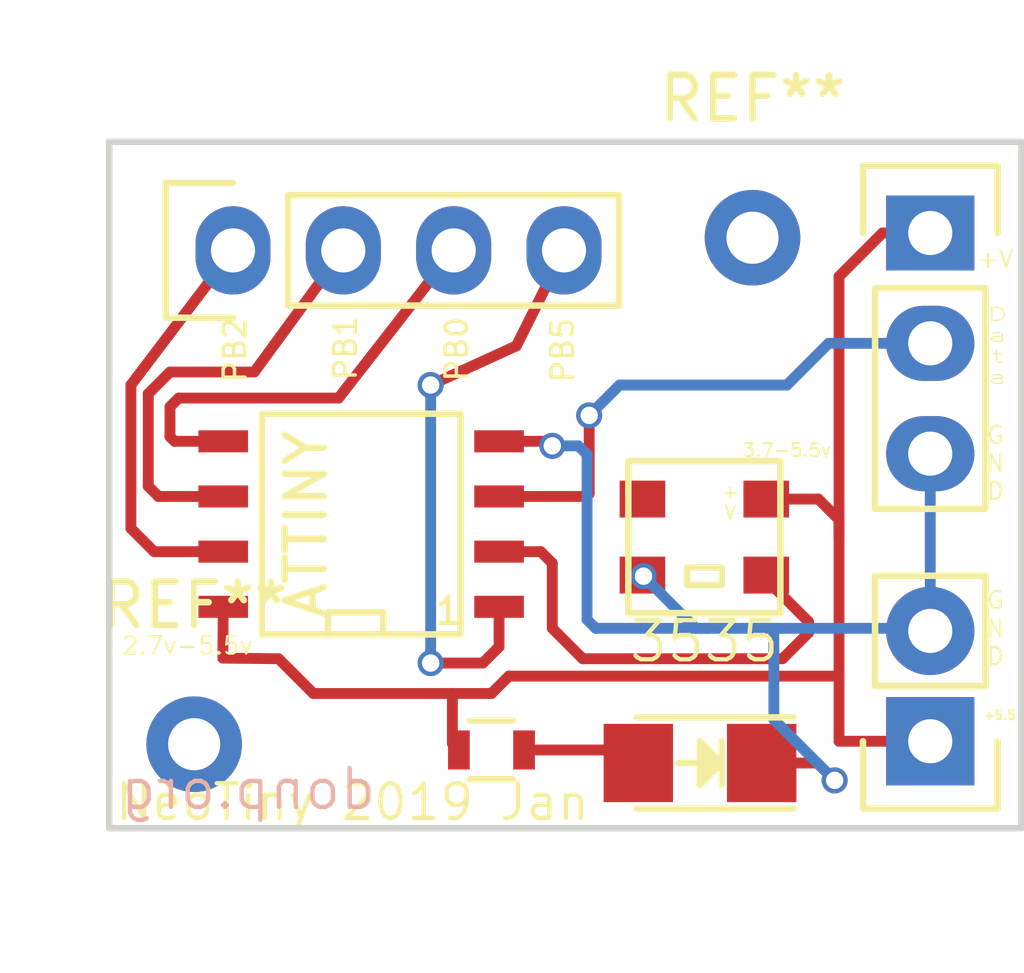
<source format=kicad_pcb>
(kicad_pcb (version 20171130) (host pcbnew 5.0.2-bee76a0~70~ubuntu18.04.1)

  (general
    (thickness 1.6)
    (drawings 19)
    (tracks 84)
    (zones 0)
    (modules 9)
    (nets 1)
  )

  (page A4)
  (layers
    (0 F.Cu signal)
    (31 B.Cu signal)
    (32 B.Adhes user)
    (33 F.Adhes user)
    (34 B.Paste user)
    (35 F.Paste user)
    (36 B.SilkS user)
    (37 F.SilkS user)
    (38 B.Mask user)
    (39 F.Mask user)
    (40 Dwgs.User user)
    (41 Cmts.User user)
    (42 Eco1.User user)
    (43 Eco2.User user)
    (44 Edge.Cuts user)
    (45 Margin user)
    (46 B.CrtYd user)
    (47 F.CrtYd user)
    (48 B.Fab user)
    (49 F.Fab user)
  )

  (setup
    (last_trace_width 0.25)
    (trace_clearance 0.2)
    (zone_clearance 0.508)
    (zone_45_only no)
    (trace_min 0.2)
    (segment_width 0.2)
    (edge_width 0.15)
    (via_size 0.6)
    (via_drill 0.4)
    (via_min_size 0.4)
    (via_min_drill 0.3)
    (uvia_size 0.3)
    (uvia_drill 0.1)
    (uvias_allowed no)
    (uvia_min_size 0.2)
    (uvia_min_drill 0.1)
    (pcb_text_width 0.3)
    (pcb_text_size 1.5 1.5)
    (mod_edge_width 0.15)
    (mod_text_size 1 1)
    (mod_text_width 0.15)
    (pad_size 2.032 1.7272)
    (pad_drill 1.016)
    (pad_to_mask_clearance 0.2)
    (solder_mask_min_width 0.25)
    (aux_axis_origin 0 0)
    (visible_elements FFFEFF7F)
    (pcbplotparams
      (layerselection 0x01030_80000001)
      (usegerberextensions true)
      (usegerberattributes false)
      (usegerberadvancedattributes false)
      (creategerberjobfile false)
      (excludeedgelayer true)
      (linewidth 0.100000)
      (plotframeref false)
      (viasonmask false)
      (mode 1)
      (useauxorigin false)
      (hpglpennumber 1)
      (hpglpenspeed 20)
      (hpglpendiameter 15.000000)
      (psnegative false)
      (psa4output false)
      (plotreference true)
      (plotvalue true)
      (plotinvisibletext false)
      (padsonsilk false)
      (subtractmaskfromsilk false)
      (outputformat 1)
      (mirror false)
      (drillshape 0)
      (scaleselection 1)
      (outputdirectory "/home/donp/osh"))
  )

  (net 0 "")

  (net_class Default "This is the default net class."
    (clearance 0.2)
    (trace_width 0.25)
    (via_dia 0.6)
    (via_drill 0.4)
    (uvia_dia 0.3)
    (uvia_drill 0.1)
  )

  (module neotiny:MountingHole_1.2mm_M2 (layer F.Cu) (tedit 5C62C6CC) (tstamp 5C6316AA)
    (at 95.8088 72.009)
    (descr "Mounting Hole 2.2mm, no annular, M2")
    (tags "mounting hole 2.2mm no annular m2")
    (attr virtual)
    (fp_text reference REF** (at 0 -3.2) (layer F.SilkS)
      (effects (font (size 1 1) (thickness 0.15)))
    )
    (fp_text value MountingHole_1.2mm_M2 (at 0 3.2) (layer F.Fab) hide
      (effects (font (size 1 1) (thickness 0.15)))
    )
    (fp_text user %R (at 0.3 0) (layer F.Fab)
      (effects (font (size 1 1) (thickness 0.15)))
    )
    (fp_circle (center 0 0) (end 1.5 0) (layer Cmts.User) (width 0.15))
    (fp_circle (center 0 0) (end 1.5 0) (layer F.CrtYd) (width 0.05))
    (pad "" np_thru_hole circle (at 0 0) (size 2.2 2.2) (drill 1.2) (layers *.Cu *.Mask))
  )

  (module ws2812:3535 (layer F.Cu) (tedit 588CDD58) (tstamp 583100DF)
    (at 94.7 78.9)
    (fp_text reference 3535 (at 0 2.4) (layer F.SilkS)
      (effects (font (size 0.9 0.9) (thickness 0.1)))
    )
    (fp_text value 3535 (at 0.05 -2.2) (layer F.Fab)
      (effects (font (size 1 1) (thickness 0.15)))
    )
    (fp_line (start -0.4 0.7) (end 0.4 0.7) (layer F.SilkS) (width 0.15))
    (fp_line (start 0.4 0.7) (end 0.4 1.1) (layer F.SilkS) (width 0.15))
    (fp_line (start 0.4 1.1) (end -0.4 1.1) (layer F.SilkS) (width 0.15))
    (fp_line (start -0.4 1.1) (end -0.4 0.7) (layer F.SilkS) (width 0.15))
    (fp_line (start 1.75 1.75) (end -1.75 1.75) (layer F.SilkS) (width 0.15))
    (fp_line (start -1.75 1.75) (end -1.75 -1.75) (layer F.SilkS) (width 0.15))
    (fp_line (start 1.75 -1.75) (end 1.75 1.75) (layer F.SilkS) (width 0.15))
    (fp_line (start -1.75 -1.75) (end 1.7 -1.75) (layer F.SilkS) (width 0.15))
    (pad IN smd rect (at 1.325 0.875) (size 1.05 0.85) (drill (offset 0.1 0)) (layers F.Cu F.Paste F.Mask))
    (pad VDD smd rect (at 1.325 -0.875) (size 1.05 0.85) (drill (offset 0.1 0)) (layers F.Cu F.Paste F.Mask))
    (pad GND smd rect (at -1.325 0.875) (size 1.05 0.85) (drill (offset -0.1 0)) (layers F.Cu F.Paste F.Mask))
    (pad OUT smd rect (at -1.325 -0.875) (size 1.05 0.85) (drill (offset -0.1 0)) (layers F.Cu F.Paste F.Mask))
  )

  (module Pin_Headers:Pin_Header_Straight_1x03 (layer F.Cu) (tedit 5C62C0F1) (tstamp 5831094A)
    (at 99.9 71.9)
    (descr "Through hole pin header")
    (tags "pin header")
    (fp_text reference "" (at 0 -5.1) (layer F.SilkS)
      (effects (font (size 1 1) (thickness 0.15)))
    )
    (fp_text value Pin_Header_Straight_1x03 (at 0 -3.1) (layer F.Fab) hide
      (effects (font (size 1 1) (thickness 0.15)))
    )
    (fp_line (start -1.75 -1.75) (end -1.75 6.85) (layer F.CrtYd) (width 0.05))
    (fp_line (start 1.75 -1.75) (end 1.75 6.85) (layer F.CrtYd) (width 0.05))
    (fp_line (start -1.75 -1.75) (end 1.75 -1.75) (layer F.CrtYd) (width 0.05))
    (fp_line (start -1.75 6.85) (end 1.75 6.85) (layer F.CrtYd) (width 0.05))
    (fp_line (start -1.27 1.27) (end -1.27 6.35) (layer F.SilkS) (width 0.15))
    (fp_line (start -1.27 6.35) (end 1.27 6.35) (layer F.SilkS) (width 0.15))
    (fp_line (start 1.27 6.35) (end 1.27 1.27) (layer F.SilkS) (width 0.15))
    (fp_line (start 1.55 -1.55) (end 1.55 0) (layer F.SilkS) (width 0.15))
    (fp_line (start 1.27 1.27) (end -1.27 1.27) (layer F.SilkS) (width 0.15))
    (fp_line (start -1.55 0) (end -1.55 -1.55) (layer F.SilkS) (width 0.15))
    (fp_line (start -1.55 -1.55) (end 1.55 -1.55) (layer F.SilkS) (width 0.15))
    (pad 1 thru_hole rect (at 0 0) (size 2.032 1.7272) (drill 1.016) (layers *.Cu *.Mask))
    (pad 2 thru_hole oval (at 0 2.54) (size 2.032 1.7272) (drill 1.016) (layers *.Cu *.Mask))
    (pad 3 thru_hole oval (at 0 5.08) (size 2.032 1.7272) (drill 1.016) (layers *.Cu *.Mask))
    (model Pin_Headers.3dshapes/Pin_Header_Straight_1x03.wrl
      (offset (xyz 0 -2.539999961853027 0))
      (scale (xyz 1 1 1))
      (rotate (xyz 0 0 90))
    )
  )

  (module Pin_Headers:Pin_Header_Straight_1x02 (layer F.Cu) (tedit 5C62C100) (tstamp 583106AA)
    (at 99.9 83.6 180)
    (descr "Through hole pin header")
    (tags "pin header")
    (fp_text reference "" (at 0 -5.1 180) (layer F.SilkS)
      (effects (font (size 1 1) (thickness 0.15)))
    )
    (fp_text value Pin_Header_Straight_1x02 (at 0 -3.1 180) (layer F.Fab) hide
      (effects (font (size 1 1) (thickness 0.15)))
    )
    (fp_line (start 1.27 1.27) (end 1.27 3.81) (layer F.SilkS) (width 0.15))
    (fp_line (start 1.55 -1.55) (end 1.55 0) (layer F.SilkS) (width 0.15))
    (fp_line (start -1.75 -1.75) (end -1.75 4.3) (layer F.CrtYd) (width 0.05))
    (fp_line (start 1.75 -1.75) (end 1.75 4.3) (layer F.CrtYd) (width 0.05))
    (fp_line (start -1.75 -1.75) (end 1.75 -1.75) (layer F.CrtYd) (width 0.05))
    (fp_line (start -1.75 4.3) (end 1.75 4.3) (layer F.CrtYd) (width 0.05))
    (fp_line (start 1.27 1.27) (end -1.27 1.27) (layer F.SilkS) (width 0.15))
    (fp_line (start -1.55 0) (end -1.55 -1.55) (layer F.SilkS) (width 0.15))
    (fp_line (start -1.55 -1.55) (end 1.55 -1.55) (layer F.SilkS) (width 0.15))
    (fp_line (start -1.27 1.27) (end -1.27 3.81) (layer F.SilkS) (width 0.15))
    (fp_line (start -1.27 3.81) (end 1.27 3.81) (layer F.SilkS) (width 0.15))
    (pad 1 thru_hole rect (at 0 0 180) (size 2.032 2.032) (drill 1.016) (layers *.Cu *.Mask))
    (pad 2 thru_hole oval (at 0 2.54 180) (size 2.032 2.032) (drill 1.016) (layers *.Cu *.Mask))
    (model Pin_Headers.3dshapes/Pin_Header_Straight_1x02.wrl
      (offset (xyz 0 -1.269999980926514 0))
      (scale (xyz 1 1 1))
      (rotate (xyz 0 0 90))
    )
  )

  (module SMD_Packages:SOIC-8-N (layer F.Cu) (tedit 5C62C30E) (tstamp 5830FF81)
    (at 86.8 78.6 90)
    (descr "Module Narrow CMS SOJ 8 pins large")
    (tags "CMS SOJ")
    (attr smd)
    (fp_text reference ATTINY (at 0 -1.27 90) (layer F.SilkS)
      (effects (font (size 0.9 0.9) (thickness 0.15)))
    )
    (fp_text value SOIC-8-N (at 0 1.27 90) (layer F.Fab) hide
      (effects (font (size 1 1) (thickness 0.15)))
    )
    (fp_line (start -2.54 -2.286) (end 2.54 -2.286) (layer F.SilkS) (width 0.15))
    (fp_line (start 2.54 -2.286) (end 2.54 2.286) (layer F.SilkS) (width 0.15))
    (fp_line (start 2.54 2.286) (end -2.54 2.286) (layer F.SilkS) (width 0.15))
    (fp_line (start -2.54 2.286) (end -2.54 -2.286) (layer F.SilkS) (width 0.15))
    (fp_line (start -2.54 -0.762) (end -2.032 -0.762) (layer F.SilkS) (width 0.15))
    (fp_line (start -2.032 -0.762) (end -2.032 0.508) (layer F.SilkS) (width 0.15))
    (fp_line (start -2.032 0.508) (end -2.54 0.508) (layer F.SilkS) (width 0.15))
    (pad 8 smd rect (at -1.905 -3.175 90) (size 0.508 1.143) (layers F.Cu F.Paste F.Mask))
    (pad 7 smd rect (at -0.635 -3.175 90) (size 0.508 1.143) (layers F.Cu F.Paste F.Mask))
    (pad 6 smd rect (at 0.635 -3.175 90) (size 0.508 1.143) (layers F.Cu F.Paste F.Mask))
    (pad 5 smd rect (at 1.905 -3.175 90) (size 0.508 1.143) (layers F.Cu F.Paste F.Mask))
    (pad 4 smd rect (at 1.905 3.175 90) (size 0.508 1.143) (layers F.Cu F.Paste F.Mask))
    (pad 3 smd rect (at 0.635 3.175 90) (size 0.508 1.143) (layers F.Cu F.Paste F.Mask))
    (pad 2 smd rect (at -0.635 3.175 90) (size 0.508 1.143) (layers F.Cu F.Paste F.Mask))
    (pad 1 smd rect (at -1.905 3.175 90) (size 0.508 1.143) (layers F.Cu F.Paste F.Mask))
    (model SMD_Packages.3dshapes/SOIC-8-N.wrl
      (at (xyz 0 0 0))
      (scale (xyz 0.5 0.38 0.5))
      (rotate (xyz 0 0 0))
    )
  )

  (module Pin_Headers:Pin_Header_Straight_1x04 (layer F.Cu) (tedit 5C62C0F7) (tstamp 583102C9)
    (at 83.85 72.3 90)
    (descr "Through hole pin header")
    (tags "pin header")
    (fp_text reference "" (at 0 -5.1 90) (layer F.SilkS)
      (effects (font (size 1 1) (thickness 0.15)))
    )
    (fp_text value Pin_Header_Straight_1x04 (at 0 -3.1 90) (layer F.Fab) hide
      (effects (font (size 1 1) (thickness 0.15)))
    )
    (fp_line (start -1.75 -1.75) (end -1.75 9.4) (layer F.CrtYd) (width 0.05))
    (fp_line (start 1.75 -1.75) (end 1.75 9.4) (layer F.CrtYd) (width 0.05))
    (fp_line (start -1.75 -1.75) (end 1.75 -1.75) (layer F.CrtYd) (width 0.05))
    (fp_line (start -1.75 9.4) (end 1.75 9.4) (layer F.CrtYd) (width 0.05))
    (fp_line (start -1.27 1.27) (end -1.27 8.89) (layer F.SilkS) (width 0.15))
    (fp_line (start 1.27 1.27) (end 1.27 8.89) (layer F.SilkS) (width 0.15))
    (fp_line (start 1.55 -1.55) (end 1.55 0) (layer F.SilkS) (width 0.15))
    (fp_line (start -1.27 8.89) (end 1.27 8.89) (layer F.SilkS) (width 0.15))
    (fp_line (start 1.27 1.27) (end -1.27 1.27) (layer F.SilkS) (width 0.15))
    (fp_line (start -1.55 0) (end -1.55 -1.55) (layer F.SilkS) (width 0.15))
    (fp_line (start -1.55 -1.55) (end 1.55 -1.55) (layer F.SilkS) (width 0.15))
    (pad 1 thru_hole oval (at 0 0 90) (size 2.032 1.7272) (drill 1.016) (layers *.Cu *.Mask))
    (pad 2 thru_hole oval (at 0 2.54 90) (size 2.032 1.7272) (drill 1.016) (layers *.Cu *.Mask))
    (pad 3 thru_hole oval (at 0 5.08 90) (size 2.032 1.7272) (drill 1.016) (layers *.Cu *.Mask))
    (pad 4 thru_hole oval (at 0 7.62 90) (size 2.032 1.7272) (drill 1.016) (layers *.Cu *.Mask))
    (model Pin_Headers.3dshapes/Pin_Header_Straight_1x04.wrl
      (offset (xyz 0 -3.809999942779541 0))
      (scale (xyz 1 1 1))
      (rotate (xyz 0 0 90))
    )
  )

  (module LEDs:LED_1206 (layer F.Cu) (tedit 583B8881) (tstamp 583B8957)
    (at 94.6 84.1 180)
    (descr "LED 1206 smd package")
    (tags "LED1206 SMD")
    (attr smd)
    (fp_text reference "" (at 0 -2 180) (layer F.SilkS)
      (effects (font (size 1 1) (thickness 0.15)))
    )
    (fp_text value LED_1206 (at 0 2 180) (layer F.Fab)
      (effects (font (size 1 1) (thickness 0.15)))
    )
    (fp_line (start -0.5 -0.5) (end -0.5 0.5) (layer F.Fab) (width 0.15))
    (fp_line (start -0.5 0) (end 0 -0.5) (layer F.Fab) (width 0.15))
    (fp_line (start 0 0.5) (end -0.5 0) (layer F.Fab) (width 0.15))
    (fp_line (start 0 -0.5) (end 0 0.5) (layer F.Fab) (width 0.15))
    (fp_line (start -1.6 0.8) (end -1.6 -0.8) (layer F.Fab) (width 0.15))
    (fp_line (start 1.6 0.8) (end -1.6 0.8) (layer F.Fab) (width 0.15))
    (fp_line (start 1.6 -0.8) (end 1.6 0.8) (layer F.Fab) (width 0.15))
    (fp_line (start -1.6 -0.8) (end 1.6 -0.8) (layer F.Fab) (width 0.15))
    (fp_line (start -2.15 1.05) (end 1.45 1.05) (layer F.SilkS) (width 0.15))
    (fp_line (start -2.15 -1.05) (end 1.45 -1.05) (layer F.SilkS) (width 0.15))
    (fp_line (start -0.1 -0.3) (end -0.1 0.3) (layer F.SilkS) (width 0.15))
    (fp_line (start -0.1 0.3) (end -0.4 0) (layer F.SilkS) (width 0.15))
    (fp_line (start -0.4 0) (end -0.2 -0.2) (layer F.SilkS) (width 0.15))
    (fp_line (start -0.2 -0.2) (end -0.2 0.05) (layer F.SilkS) (width 0.15))
    (fp_line (start -0.2 0.05) (end -0.25 0) (layer F.SilkS) (width 0.15))
    (fp_line (start -0.5 -0.5) (end -0.5 0.5) (layer F.SilkS) (width 0.15))
    (fp_line (start 0 0) (end 0.5 0) (layer F.SilkS) (width 0.15))
    (fp_line (start -0.5 0) (end 0 -0.5) (layer F.SilkS) (width 0.15))
    (fp_line (start 0 -0.5) (end 0 0.5) (layer F.SilkS) (width 0.15))
    (fp_line (start 0 0.5) (end -0.5 0) (layer F.SilkS) (width 0.15))
    (fp_line (start 2.5 -1.25) (end -2.5 -1.25) (layer F.CrtYd) (width 0.05))
    (fp_line (start -2.5 -1.25) (end -2.5 1.25) (layer F.CrtYd) (width 0.05))
    (fp_line (start -2.5 1.25) (end 2.5 1.25) (layer F.CrtYd) (width 0.05))
    (fp_line (start 2.5 1.25) (end 2.5 -1.25) (layer F.CrtYd) (width 0.05))
    (pad 2 smd rect (at 1.41986 0) (size 1.59766 1.80086) (layers F.Cu F.Paste F.Mask))
    (pad 1 smd rect (at -1.41986 0) (size 1.59766 1.80086) (layers F.Cu F.Paste F.Mask))
    (model LEDs.3dshapes/LED_1206.wrl
      (at (xyz 0 0 0))
      (scale (xyz 1 1 1))
      (rotate (xyz 0 0 180))
    )
  )

  (module Resistors_SMD:R_0603 (layer F.Cu) (tedit 583B886C) (tstamp 583B8B53)
    (at 89.8 83.8)
    (descr "Resistor SMD 0603, reflow soldering, Vishay (see dcrcw.pdf)")
    (tags "resistor 0603")
    (attr smd)
    (fp_text reference "" (at 0 -1.9) (layer F.SilkS)
      (effects (font (size 1 1) (thickness 0.15)))
    )
    (fp_text value R_0603 (at 0 1.9) (layer F.Fab)
      (effects (font (size 1 1) (thickness 0.15)))
    )
    (fp_line (start -0.8 0.4) (end -0.8 -0.4) (layer F.Fab) (width 0.1))
    (fp_line (start 0.8 0.4) (end -0.8 0.4) (layer F.Fab) (width 0.1))
    (fp_line (start 0.8 -0.4) (end 0.8 0.4) (layer F.Fab) (width 0.1))
    (fp_line (start -0.8 -0.4) (end 0.8 -0.4) (layer F.Fab) (width 0.1))
    (fp_line (start -1.3 -0.8) (end 1.3 -0.8) (layer F.CrtYd) (width 0.05))
    (fp_line (start -1.3 0.8) (end 1.3 0.8) (layer F.CrtYd) (width 0.05))
    (fp_line (start -1.3 -0.8) (end -1.3 0.8) (layer F.CrtYd) (width 0.05))
    (fp_line (start 1.3 -0.8) (end 1.3 0.8) (layer F.CrtYd) (width 0.05))
    (fp_line (start 0.5 0.675) (end -0.5 0.675) (layer F.SilkS) (width 0.15))
    (fp_line (start -0.5 -0.675) (end 0.5 -0.675) (layer F.SilkS) (width 0.15))
    (pad 1 smd rect (at -0.75 0) (size 0.5 0.9) (layers F.Cu F.Paste F.Mask))
    (pad 2 smd rect (at 0.75 0) (size 0.5 0.9) (layers F.Cu F.Paste F.Mask))
    (model Resistors_SMD.3dshapes/R_0603.wrl
      (at (xyz 0 0 0))
      (scale (xyz 1 1 1))
      (rotate (xyz 0 0 0))
    )
  )

  (module neotiny:MountingHole_1.2mm_M2 (layer F.Cu) (tedit 5C62C6D4) (tstamp 5C6311FF)
    (at 82.9564 83.6676)
    (descr "Mounting Hole 2.2mm, no annular, M2")
    (tags "mounting hole 2.2mm no annular m2")
    (attr virtual)
    (fp_text reference REF** (at 0 -3.2) (layer F.SilkS)
      (effects (font (size 1 1) (thickness 0.15)))
    )
    (fp_text value MountingHole_1.2mm_M2 (at 0 3.2) (layer F.Fab) hide
      (effects (font (size 1 1) (thickness 0.15)))
    )
    (fp_circle (center 0 0) (end 1.5 0) (layer F.CrtYd) (width 0.05))
    (fp_circle (center 0 0) (end 1.5 0) (layer Cmts.User) (width 0.15))
    (fp_text user %R (at 0.3 0) (layer F.Fab)
      (effects (font (size 1 1) (thickness 0.15)))
    )
    (pad "" np_thru_hole circle (at 0 0) (size 2.2 2.2) (drill 1.2) (layers *.Cu *.Mask))
  )

  (gr_text PB5 (at 91.44 74.5998 90) (layer F.SilkS) (tstamp 5C62C2D9)
    (effects (font (size 0.5 0.5) (thickness 0.08)))
  )
  (gr_text PB2 (at 83.8962 74.5998 90) (layer F.SilkS) (tstamp 5C62C2D1)
    (effects (font (size 0.5 0.5) (thickness 0.08)))
  )
  (gr_text PB1 (at 86.4362 74.549 90) (layer F.SilkS) (tstamp 5C62C2B6)
    (effects (font (size 0.5 0.5) (thickness 0.08)))
  )
  (gr_text PB0 (at 89.0016 74.5744 90) (layer F.SilkS)
    (effects (font (size 0.5 0.5) (thickness 0.08)))
  )
  (gr_text "D\na\nt\na\n" (at 101.45 74.5) (layer F.SilkS)
    (effects (font (size 0.3 0.5) (thickness 0.03)))
  )
  (gr_text "+\nV" (at 95.3 78.1) (layer F.SilkS)
    (effects (font (size 0.3 0.3) (thickness 0.05)))
  )
  (gr_text 1 (at 88.8 80.6) (layer F.SilkS)
    (effects (font (size 0.6 0.6) (thickness 0.1)))
  )
  (gr_text +V (at 101.4 72.5) (layer F.SilkS)
    (effects (font (size 0.4 0.4) (thickness 0.05)))
  )
  (gr_text "G\nN\nD" (at 101.4 77.2) (layer F.SilkS)
    (effects (font (size 0.4 0.4) (thickness 0.05)))
  )
  (gr_text "G\nN\nD" (at 101.4 81) (layer F.SilkS)
    (effects (font (size 0.4 0.4) (thickness 0.05)))
  )
  (gr_text +5.5 (at 101.5 83) (layer F.SilkS)
    (effects (font (size 0.2 0.2) (thickness 0.05)))
  )
  (gr_text 2.7v-5.5v (at 82.8 81.4) (layer F.SilkS)
    (effects (font (size 0.4 0.4) (thickness 0.05)))
  )
  (gr_text 3.7-5.5v (at 96.6 76.9) (layer F.SilkS)
    (effects (font (size 0.3 0.3) (thickness 0.05)))
  )
  (gr_text donp.org (at 84.2 84.7) (layer B.SilkS)
    (effects (font (size 0.9 0.9) (thickness 0.1)) (justify mirror))
  )
  (gr_text "NeoTiny 2019 Jan" (at 86.6 85) (layer F.SilkS)
    (effects (font (size 0.8 0.8) (thickness 0.1)))
  )
  (gr_line (start 102 69.8) (end 102 85.6) (angle 90) (layer Edge.Cuts) (width 0.15))
  (gr_line (start 81 85.6) (end 102 85.6) (angle 90) (layer Edge.Cuts) (width 0.15) (tstamp 58310406))
  (gr_line (start 81 69.8) (end 102 69.8) (angle 90) (layer Edge.Cuts) (width 0.15))
  (gr_line (start 81 69.8) (end 81 85.6) (angle 90) (layer Edge.Cuts) (width 0.15))

  (segment (start 99.9 74.44) (end 97.56 74.44) (width 0.25) (layer B.Cu) (net 0) (tstamp 585D7C25))
  (segment (start 92.748 75.4) (end 96.6 75.4) (width 0.25) (layer B.Cu) (net 0) (tstamp 5C62C385))
  (segment (start 92.0496 76.0984) (end 92.748 75.4) (width 0.25) (layer B.Cu) (net 0) (tstamp 5C62C384))
  (via (at 92.0496 76.0984) (size 0.6) (drill 0.4) (layers F.Cu B.Cu) (net 0))
  (segment (start 92.0496 77.9012) (end 92.0496 76.0984) (width 0.25) (layer F.Cu) (net 0) (tstamp 5C62C380))
  (segment (start 91.9858 77.965) (end 92.0496 77.9012) (width 0.25) (layer F.Cu) (net 0) (tstamp 5C62C37D))
  (segment (start 91.9858 77.965) (end 89.975 77.965) (width 0.25) (layer F.Cu) (net 0) (status 800000))
  (segment (start 96.6 75.4) (end 97.56 74.44) (width 0.25) (layer B.Cu) (net 0) (tstamp 585D7C24))
  (segment (start 96.3 81) (end 96.3 83.1) (width 0.25) (layer B.Cu) (net 0))
  (segment (start 97.3 84.1) (end 96.01986 84.1) (width 0.25) (layer F.Cu) (net 0) (tstamp 583B8C39))
  (segment (start 97.7 84.5) (end 97.3 84.1) (width 0.25) (layer F.Cu) (net 0) (tstamp 583B8C38))
  (via (at 97.7 84.5) (size 0.6) (drill 0.4) (layers F.Cu B.Cu) (net 0))
  (segment (start 96.3 83.1) (end 97.7 84.5) (width 0.25) (layer B.Cu) (net 0) (tstamp 583B8C35))
  (segment (start 90.55 83.8) (end 92.88014 83.8) (width 0.25) (layer F.Cu) (net 0))
  (segment (start 92.88014 83.8) (end 93.18014 84.1) (width 0.25) (layer F.Cu) (net 0) (tstamp 583B8C10))
  (segment (start 88.9 82.5) (end 88.9 83.65) (width 0.25) (layer F.Cu) (net 0))
  (segment (start 88.9 83.65) (end 89.05 83.8) (width 0.25) (layer F.Cu) (net 0) (tstamp 583B8C0D))
  (segment (start 97.8 82.1) (end 90.2 82.1) (width 0.25) (layer F.Cu) (net 0))
  (segment (start 83.6168 81.6864) (end 83.625 80.505) (width 0.25) (layer F.Cu) (net 0) (tstamp 583B8BE6) (status 800000))
  (segment (start 84.9 81.7) (end 83.6168 81.6864) (width 0.25) (layer F.Cu) (net 0) (tstamp 583B8BE4))
  (segment (start 85.7 82.5) (end 84.9 81.7) (width 0.25) (layer F.Cu) (net 0) (tstamp 583B8BE3))
  (segment (start 89.8 82.5) (end 88.9 82.5) (width 0.25) (layer F.Cu) (net 0) (tstamp 583B8BE2))
  (segment (start 88.9 82.5) (end 85.7 82.5) (width 0.25) (layer F.Cu) (net 0) (tstamp 583B8C0B))
  (segment (start 90.2 82.1) (end 89.8 82.5) (width 0.25) (layer F.Cu) (net 0) (tstamp 583B8BE1))
  (segment (start 91.8 76.8) (end 91.2 76.8) (width 0.25) (layer B.Cu) (net 0))
  (segment (start 92.2 81) (end 92 80.8) (width 0.25) (layer B.Cu) (net 0) (tstamp 583B810C))
  (segment (start 92 80.8) (end 92 77) (width 0.25) (layer B.Cu) (net 0) (tstamp 583B810E))
  (segment (start 92 77) (end 91.8 76.8) (width 0.25) (layer B.Cu) (net 0) (tstamp 583B8111))
  (segment (start 94.8 81) (end 92.2 81) (width 0.25) (layer B.Cu) (net 0))
  (segment (start 91.095 76.695) (end 89.975 76.695) (width 0.25) (layer F.Cu) (net 0) (tstamp 583B85DC))
  (segment (start 91.2 76.8) (end 91.095 76.695) (width 0.25) (layer F.Cu) (net 0) (tstamp 583B85DB))
  (via (at 91.2 76.8) (size 0.6) (drill 0.4) (layers F.Cu B.Cu) (net 0))
  (segment (start 97.8 78.9) (end 97.8 72.9) (width 0.25) (layer F.Cu) (net 0))
  (segment (start 98.8 71.9) (end 99.9 71.9) (width 0.25) (layer F.Cu) (net 0) (tstamp 583B82B0))
  (segment (start 97.8 72.9) (end 98.8 71.9) (width 0.25) (layer F.Cu) (net 0) (tstamp 583B82AF))
  (segment (start 99.9 81.06) (end 99.9 76.98) (width 0.25) (layer B.Cu) (net 0))
  (segment (start 89.975 79.235) (end 90.935 79.235) (width 0.25) (layer F.Cu) (net 0))
  (segment (start 97.1 80.85) (end 96.025 79.775) (width 0.25) (layer F.Cu) (net 0) (tstamp 583B8271))
  (segment (start 97.1 81.1) (end 97.1 80.85) (width 0.25) (layer F.Cu) (net 0) (tstamp 583B8270))
  (segment (start 96.5 81.7) (end 97.1 81.1) (width 0.25) (layer F.Cu) (net 0) (tstamp 583B826E))
  (segment (start 91.9 81.7) (end 96.5 81.7) (width 0.25) (layer F.Cu) (net 0) (tstamp 583B8269))
  (segment (start 91.2 81) (end 91.9 81.7) (width 0.25) (layer F.Cu) (net 0) (tstamp 583B8266))
  (segment (start 91.2 79.5) (end 91.2 81) (width 0.25) (layer F.Cu) (net 0) (tstamp 583B8261))
  (segment (start 90.935 79.235) (end 91.2 79.5) (width 0.25) (layer F.Cu) (net 0) (tstamp 583B8260))
  (segment (start 83.625 79.235) (end 82.035 79.235) (width 0.25) (layer F.Cu) (net 0))
  (segment (start 81.5 75.4) (end 83.85 72.3) (width 0.25) (layer F.Cu) (net 0) (tstamp 583B8228) (status 20))
  (segment (start 81.5 78.7) (end 81.5 75.4) (width 0.25) (layer F.Cu) (net 0) (tstamp 583B8224))
  (segment (start 82.035 79.235) (end 81.5 78.7) (width 0.25) (layer F.Cu) (net 0) (tstamp 583B8220))
  (segment (start 83.625 77.965) (end 82.135 77.965) (width 0.25) (layer F.Cu) (net 0))
  (segment (start 84.34 75.1) (end 86.39 72.3) (width 0.25) (layer F.Cu) (net 0) (tstamp 583B81F0) (status 20))
  (segment (start 82.4 75.1) (end 84.34 75.1) (width 0.25) (layer F.Cu) (net 0) (tstamp 583B81ED))
  (segment (start 81.9 75.6) (end 82.4 75.1) (width 0.25) (layer F.Cu) (net 0) (tstamp 583B81EB))
  (segment (start 81.9 77.73) (end 81.9 75.6) (width 0.25) (layer F.Cu) (net 0) (tstamp 583B81E7))
  (segment (start 82.135 77.965) (end 81.9 77.73) (width 0.25) (layer F.Cu) (net 0) (tstamp 583B81E5))
  (segment (start 83.625 76.695) (end 82.505 76.695) (width 0.25) (layer F.Cu) (net 0))
  (segment (start 86.28 75.7) (end 88.93 72.3) (width 0.25) (layer F.Cu) (net 0) (tstamp 583B81E1) (status 20))
  (segment (start 82.6 75.7) (end 86.28 75.7) (width 0.25) (layer F.Cu) (net 0) (tstamp 583B81DD))
  (segment (start 82.4 75.9) (end 82.6 75.7) (width 0.25) (layer F.Cu) (net 0) (tstamp 583B81D8))
  (segment (start 82.4 76.59) (end 82.4 75.9) (width 0.25) (layer F.Cu) (net 0) (tstamp 583B81D6))
  (segment (start 82.505 76.695) (end 82.4 76.59) (width 0.25) (layer F.Cu) (net 0) (tstamp 583B81D5))
  (segment (start 97.8 83.6) (end 97.8 82.1) (width 0.25) (layer F.Cu) (net 0))
  (segment (start 97.8 82.1) (end 97.8 78.9) (width 0.25) (layer F.Cu) (net 0) (tstamp 583B8BDF))
  (segment (start 97.8 78.9) (end 97.8 78.5) (width 0.25) (layer F.Cu) (net 0) (tstamp 583B82AD))
  (segment (start 97.325 78.025) (end 96.025 78.025) (width 0.25) (layer F.Cu) (net 0) (tstamp 583B8136))
  (segment (start 97.8 78.5) (end 97.325 78.025) (width 0.25) (layer F.Cu) (net 0) (tstamp 583B8135))
  (segment (start 99.9 83.6) (end 97.8 83.6) (width 0.25) (layer F.Cu) (net 0))
  (via (at 99.9 81.06) (size 0.6) (drill 0.4) (layers F.Cu B.Cu) (net 0))
  (segment (start 99.9 81.06) (end 99.84 81) (width 0.25) (layer B.Cu) (net 0) (tstamp 583B7BEB))
  (segment (start 99.84 81) (end 96.3 81) (width 0.25) (layer B.Cu) (net 0) (tstamp 583B7BEC))
  (segment (start 96.3 81) (end 94.8 81) (width 0.25) (layer B.Cu) (net 0) (tstamp 583B8C33))
  (segment (start 94.8 81) (end 94.5 81) (width 0.25) (layer B.Cu) (net 0) (tstamp 583B810A))
  (segment (start 93.3 79.8) (end 93.325 79.775) (width 0.25) (layer F.Cu) (net 0) (tstamp 583B7BF5))
  (via (at 93.3 79.8) (size 0.6) (drill 0.4) (layers F.Cu B.Cu) (net 0))
  (segment (start 94.5 81) (end 93.3 79.8) (width 0.25) (layer B.Cu) (net 0) (tstamp 583B7BF2))
  (segment (start 93.325 79.775) (end 93.375 79.775) (width 0.25) (layer F.Cu) (net 0) (tstamp 583B7BF6))
  (segment (start 90.7034 73.8378) (end 91.47 72.3) (width 0.25) (layer F.Cu) (net 0) (tstamp 583B8259) (status 800020))
  (segment (start 90.3732 74.4982) (end 90.7034 73.8378) (width 0.25) (layer F.Cu) (net 0) (tstamp 583B8258))
  (segment (start 88.4 75.4) (end 90.3732 74.4982) (width 0.25) (layer F.Cu) (net 0) (tstamp 583B8257))
  (via (at 88.4 75.4) (size 0.6) (drill 0.4) (layers F.Cu B.Cu) (net 0))
  (segment (start 88.4 81.8) (end 88.4 75.4) (width 0.25) (layer B.Cu) (net 0) (tstamp 583B8252))
  (via (at 88.4 81.8) (size 0.6) (drill 0.4) (layers F.Cu B.Cu) (net 0))
  (segment (start 89.6 81.8) (end 88.4 81.8) (width 0.25) (layer F.Cu) (net 0) (tstamp 583B824F))
  (segment (start 89.975 81.425) (end 89.6 81.8) (width 0.25) (layer F.Cu) (net 0) (tstamp 583B8249))
  (segment (start 89.975 80.505) (end 89.975 81.425) (width 0.25) (layer F.Cu) (net 0))

)

</source>
